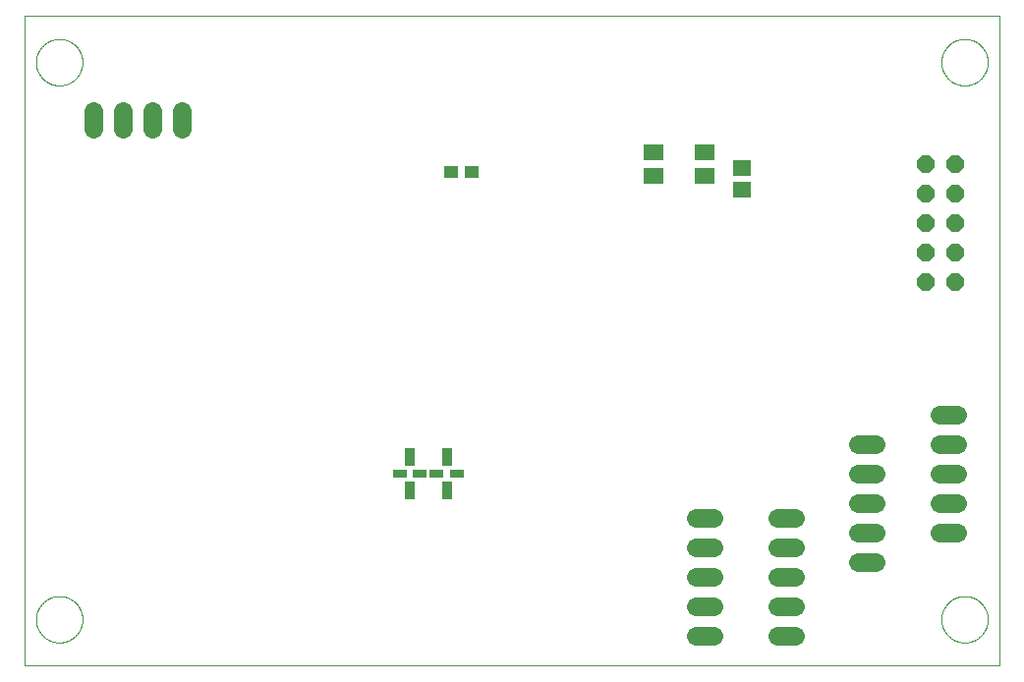
<source format=gbs>
G75*
%MOIN*%
%OFA0B0*%
%FSLAX25Y25*%
%IPPOS*%
%LPD*%
%AMOC8*
5,1,8,0,0,1.08239X$1,22.5*
%
%ADD10C,0.00004*%
%ADD11R,0.06699X0.05518*%
%ADD12R,0.04731X0.04337*%
%ADD13R,0.03550X0.05912*%
%ADD14R,0.04731X0.02762*%
%ADD15R,0.06306X0.05518*%
%ADD16C,0.06400*%
%ADD17OC8,0.06000*%
D10*
X0008565Y0001698D02*
X0008565Y0222171D01*
X0339274Y0222171D01*
X0339274Y0001698D01*
X0008565Y0001698D01*
X0012502Y0017446D02*
X0012504Y0017639D01*
X0012511Y0017832D01*
X0012523Y0018025D01*
X0012540Y0018218D01*
X0012561Y0018410D01*
X0012587Y0018601D01*
X0012618Y0018792D01*
X0012653Y0018982D01*
X0012693Y0019171D01*
X0012738Y0019359D01*
X0012787Y0019546D01*
X0012841Y0019732D01*
X0012899Y0019916D01*
X0012962Y0020099D01*
X0013030Y0020280D01*
X0013101Y0020459D01*
X0013178Y0020637D01*
X0013258Y0020813D01*
X0013343Y0020986D01*
X0013432Y0021158D01*
X0013525Y0021327D01*
X0013622Y0021494D01*
X0013724Y0021659D01*
X0013829Y0021821D01*
X0013938Y0021980D01*
X0014052Y0022137D01*
X0014169Y0022290D01*
X0014289Y0022441D01*
X0014414Y0022589D01*
X0014542Y0022734D01*
X0014673Y0022875D01*
X0014808Y0023014D01*
X0014947Y0023149D01*
X0015088Y0023280D01*
X0015233Y0023408D01*
X0015381Y0023533D01*
X0015532Y0023653D01*
X0015685Y0023770D01*
X0015842Y0023884D01*
X0016001Y0023993D01*
X0016163Y0024098D01*
X0016328Y0024200D01*
X0016495Y0024297D01*
X0016664Y0024390D01*
X0016836Y0024479D01*
X0017009Y0024564D01*
X0017185Y0024644D01*
X0017363Y0024721D01*
X0017542Y0024792D01*
X0017723Y0024860D01*
X0017906Y0024923D01*
X0018090Y0024981D01*
X0018276Y0025035D01*
X0018463Y0025084D01*
X0018651Y0025129D01*
X0018840Y0025169D01*
X0019030Y0025204D01*
X0019221Y0025235D01*
X0019412Y0025261D01*
X0019604Y0025282D01*
X0019797Y0025299D01*
X0019990Y0025311D01*
X0020183Y0025318D01*
X0020376Y0025320D01*
X0020569Y0025318D01*
X0020762Y0025311D01*
X0020955Y0025299D01*
X0021148Y0025282D01*
X0021340Y0025261D01*
X0021531Y0025235D01*
X0021722Y0025204D01*
X0021912Y0025169D01*
X0022101Y0025129D01*
X0022289Y0025084D01*
X0022476Y0025035D01*
X0022662Y0024981D01*
X0022846Y0024923D01*
X0023029Y0024860D01*
X0023210Y0024792D01*
X0023389Y0024721D01*
X0023567Y0024644D01*
X0023743Y0024564D01*
X0023916Y0024479D01*
X0024088Y0024390D01*
X0024257Y0024297D01*
X0024424Y0024200D01*
X0024589Y0024098D01*
X0024751Y0023993D01*
X0024910Y0023884D01*
X0025067Y0023770D01*
X0025220Y0023653D01*
X0025371Y0023533D01*
X0025519Y0023408D01*
X0025664Y0023280D01*
X0025805Y0023149D01*
X0025944Y0023014D01*
X0026079Y0022875D01*
X0026210Y0022734D01*
X0026338Y0022589D01*
X0026463Y0022441D01*
X0026583Y0022290D01*
X0026700Y0022137D01*
X0026814Y0021980D01*
X0026923Y0021821D01*
X0027028Y0021659D01*
X0027130Y0021494D01*
X0027227Y0021327D01*
X0027320Y0021158D01*
X0027409Y0020986D01*
X0027494Y0020813D01*
X0027574Y0020637D01*
X0027651Y0020459D01*
X0027722Y0020280D01*
X0027790Y0020099D01*
X0027853Y0019916D01*
X0027911Y0019732D01*
X0027965Y0019546D01*
X0028014Y0019359D01*
X0028059Y0019171D01*
X0028099Y0018982D01*
X0028134Y0018792D01*
X0028165Y0018601D01*
X0028191Y0018410D01*
X0028212Y0018218D01*
X0028229Y0018025D01*
X0028241Y0017832D01*
X0028248Y0017639D01*
X0028250Y0017446D01*
X0028248Y0017253D01*
X0028241Y0017060D01*
X0028229Y0016867D01*
X0028212Y0016674D01*
X0028191Y0016482D01*
X0028165Y0016291D01*
X0028134Y0016100D01*
X0028099Y0015910D01*
X0028059Y0015721D01*
X0028014Y0015533D01*
X0027965Y0015346D01*
X0027911Y0015160D01*
X0027853Y0014976D01*
X0027790Y0014793D01*
X0027722Y0014612D01*
X0027651Y0014433D01*
X0027574Y0014255D01*
X0027494Y0014079D01*
X0027409Y0013906D01*
X0027320Y0013734D01*
X0027227Y0013565D01*
X0027130Y0013398D01*
X0027028Y0013233D01*
X0026923Y0013071D01*
X0026814Y0012912D01*
X0026700Y0012755D01*
X0026583Y0012602D01*
X0026463Y0012451D01*
X0026338Y0012303D01*
X0026210Y0012158D01*
X0026079Y0012017D01*
X0025944Y0011878D01*
X0025805Y0011743D01*
X0025664Y0011612D01*
X0025519Y0011484D01*
X0025371Y0011359D01*
X0025220Y0011239D01*
X0025067Y0011122D01*
X0024910Y0011008D01*
X0024751Y0010899D01*
X0024589Y0010794D01*
X0024424Y0010692D01*
X0024257Y0010595D01*
X0024088Y0010502D01*
X0023916Y0010413D01*
X0023743Y0010328D01*
X0023567Y0010248D01*
X0023389Y0010171D01*
X0023210Y0010100D01*
X0023029Y0010032D01*
X0022846Y0009969D01*
X0022662Y0009911D01*
X0022476Y0009857D01*
X0022289Y0009808D01*
X0022101Y0009763D01*
X0021912Y0009723D01*
X0021722Y0009688D01*
X0021531Y0009657D01*
X0021340Y0009631D01*
X0021148Y0009610D01*
X0020955Y0009593D01*
X0020762Y0009581D01*
X0020569Y0009574D01*
X0020376Y0009572D01*
X0020183Y0009574D01*
X0019990Y0009581D01*
X0019797Y0009593D01*
X0019604Y0009610D01*
X0019412Y0009631D01*
X0019221Y0009657D01*
X0019030Y0009688D01*
X0018840Y0009723D01*
X0018651Y0009763D01*
X0018463Y0009808D01*
X0018276Y0009857D01*
X0018090Y0009911D01*
X0017906Y0009969D01*
X0017723Y0010032D01*
X0017542Y0010100D01*
X0017363Y0010171D01*
X0017185Y0010248D01*
X0017009Y0010328D01*
X0016836Y0010413D01*
X0016664Y0010502D01*
X0016495Y0010595D01*
X0016328Y0010692D01*
X0016163Y0010794D01*
X0016001Y0010899D01*
X0015842Y0011008D01*
X0015685Y0011122D01*
X0015532Y0011239D01*
X0015381Y0011359D01*
X0015233Y0011484D01*
X0015088Y0011612D01*
X0014947Y0011743D01*
X0014808Y0011878D01*
X0014673Y0012017D01*
X0014542Y0012158D01*
X0014414Y0012303D01*
X0014289Y0012451D01*
X0014169Y0012602D01*
X0014052Y0012755D01*
X0013938Y0012912D01*
X0013829Y0013071D01*
X0013724Y0013233D01*
X0013622Y0013398D01*
X0013525Y0013565D01*
X0013432Y0013734D01*
X0013343Y0013906D01*
X0013258Y0014079D01*
X0013178Y0014255D01*
X0013101Y0014433D01*
X0013030Y0014612D01*
X0012962Y0014793D01*
X0012899Y0014976D01*
X0012841Y0015160D01*
X0012787Y0015346D01*
X0012738Y0015533D01*
X0012693Y0015721D01*
X0012653Y0015910D01*
X0012618Y0016100D01*
X0012587Y0016291D01*
X0012561Y0016482D01*
X0012540Y0016674D01*
X0012523Y0016867D01*
X0012511Y0017060D01*
X0012504Y0017253D01*
X0012502Y0017446D01*
X0012502Y0206423D02*
X0012504Y0206616D01*
X0012511Y0206809D01*
X0012523Y0207002D01*
X0012540Y0207195D01*
X0012561Y0207387D01*
X0012587Y0207578D01*
X0012618Y0207769D01*
X0012653Y0207959D01*
X0012693Y0208148D01*
X0012738Y0208336D01*
X0012787Y0208523D01*
X0012841Y0208709D01*
X0012899Y0208893D01*
X0012962Y0209076D01*
X0013030Y0209257D01*
X0013101Y0209436D01*
X0013178Y0209614D01*
X0013258Y0209790D01*
X0013343Y0209963D01*
X0013432Y0210135D01*
X0013525Y0210304D01*
X0013622Y0210471D01*
X0013724Y0210636D01*
X0013829Y0210798D01*
X0013938Y0210957D01*
X0014052Y0211114D01*
X0014169Y0211267D01*
X0014289Y0211418D01*
X0014414Y0211566D01*
X0014542Y0211711D01*
X0014673Y0211852D01*
X0014808Y0211991D01*
X0014947Y0212126D01*
X0015088Y0212257D01*
X0015233Y0212385D01*
X0015381Y0212510D01*
X0015532Y0212630D01*
X0015685Y0212747D01*
X0015842Y0212861D01*
X0016001Y0212970D01*
X0016163Y0213075D01*
X0016328Y0213177D01*
X0016495Y0213274D01*
X0016664Y0213367D01*
X0016836Y0213456D01*
X0017009Y0213541D01*
X0017185Y0213621D01*
X0017363Y0213698D01*
X0017542Y0213769D01*
X0017723Y0213837D01*
X0017906Y0213900D01*
X0018090Y0213958D01*
X0018276Y0214012D01*
X0018463Y0214061D01*
X0018651Y0214106D01*
X0018840Y0214146D01*
X0019030Y0214181D01*
X0019221Y0214212D01*
X0019412Y0214238D01*
X0019604Y0214259D01*
X0019797Y0214276D01*
X0019990Y0214288D01*
X0020183Y0214295D01*
X0020376Y0214297D01*
X0020569Y0214295D01*
X0020762Y0214288D01*
X0020955Y0214276D01*
X0021148Y0214259D01*
X0021340Y0214238D01*
X0021531Y0214212D01*
X0021722Y0214181D01*
X0021912Y0214146D01*
X0022101Y0214106D01*
X0022289Y0214061D01*
X0022476Y0214012D01*
X0022662Y0213958D01*
X0022846Y0213900D01*
X0023029Y0213837D01*
X0023210Y0213769D01*
X0023389Y0213698D01*
X0023567Y0213621D01*
X0023743Y0213541D01*
X0023916Y0213456D01*
X0024088Y0213367D01*
X0024257Y0213274D01*
X0024424Y0213177D01*
X0024589Y0213075D01*
X0024751Y0212970D01*
X0024910Y0212861D01*
X0025067Y0212747D01*
X0025220Y0212630D01*
X0025371Y0212510D01*
X0025519Y0212385D01*
X0025664Y0212257D01*
X0025805Y0212126D01*
X0025944Y0211991D01*
X0026079Y0211852D01*
X0026210Y0211711D01*
X0026338Y0211566D01*
X0026463Y0211418D01*
X0026583Y0211267D01*
X0026700Y0211114D01*
X0026814Y0210957D01*
X0026923Y0210798D01*
X0027028Y0210636D01*
X0027130Y0210471D01*
X0027227Y0210304D01*
X0027320Y0210135D01*
X0027409Y0209963D01*
X0027494Y0209790D01*
X0027574Y0209614D01*
X0027651Y0209436D01*
X0027722Y0209257D01*
X0027790Y0209076D01*
X0027853Y0208893D01*
X0027911Y0208709D01*
X0027965Y0208523D01*
X0028014Y0208336D01*
X0028059Y0208148D01*
X0028099Y0207959D01*
X0028134Y0207769D01*
X0028165Y0207578D01*
X0028191Y0207387D01*
X0028212Y0207195D01*
X0028229Y0207002D01*
X0028241Y0206809D01*
X0028248Y0206616D01*
X0028250Y0206423D01*
X0028248Y0206230D01*
X0028241Y0206037D01*
X0028229Y0205844D01*
X0028212Y0205651D01*
X0028191Y0205459D01*
X0028165Y0205268D01*
X0028134Y0205077D01*
X0028099Y0204887D01*
X0028059Y0204698D01*
X0028014Y0204510D01*
X0027965Y0204323D01*
X0027911Y0204137D01*
X0027853Y0203953D01*
X0027790Y0203770D01*
X0027722Y0203589D01*
X0027651Y0203410D01*
X0027574Y0203232D01*
X0027494Y0203056D01*
X0027409Y0202883D01*
X0027320Y0202711D01*
X0027227Y0202542D01*
X0027130Y0202375D01*
X0027028Y0202210D01*
X0026923Y0202048D01*
X0026814Y0201889D01*
X0026700Y0201732D01*
X0026583Y0201579D01*
X0026463Y0201428D01*
X0026338Y0201280D01*
X0026210Y0201135D01*
X0026079Y0200994D01*
X0025944Y0200855D01*
X0025805Y0200720D01*
X0025664Y0200589D01*
X0025519Y0200461D01*
X0025371Y0200336D01*
X0025220Y0200216D01*
X0025067Y0200099D01*
X0024910Y0199985D01*
X0024751Y0199876D01*
X0024589Y0199771D01*
X0024424Y0199669D01*
X0024257Y0199572D01*
X0024088Y0199479D01*
X0023916Y0199390D01*
X0023743Y0199305D01*
X0023567Y0199225D01*
X0023389Y0199148D01*
X0023210Y0199077D01*
X0023029Y0199009D01*
X0022846Y0198946D01*
X0022662Y0198888D01*
X0022476Y0198834D01*
X0022289Y0198785D01*
X0022101Y0198740D01*
X0021912Y0198700D01*
X0021722Y0198665D01*
X0021531Y0198634D01*
X0021340Y0198608D01*
X0021148Y0198587D01*
X0020955Y0198570D01*
X0020762Y0198558D01*
X0020569Y0198551D01*
X0020376Y0198549D01*
X0020183Y0198551D01*
X0019990Y0198558D01*
X0019797Y0198570D01*
X0019604Y0198587D01*
X0019412Y0198608D01*
X0019221Y0198634D01*
X0019030Y0198665D01*
X0018840Y0198700D01*
X0018651Y0198740D01*
X0018463Y0198785D01*
X0018276Y0198834D01*
X0018090Y0198888D01*
X0017906Y0198946D01*
X0017723Y0199009D01*
X0017542Y0199077D01*
X0017363Y0199148D01*
X0017185Y0199225D01*
X0017009Y0199305D01*
X0016836Y0199390D01*
X0016664Y0199479D01*
X0016495Y0199572D01*
X0016328Y0199669D01*
X0016163Y0199771D01*
X0016001Y0199876D01*
X0015842Y0199985D01*
X0015685Y0200099D01*
X0015532Y0200216D01*
X0015381Y0200336D01*
X0015233Y0200461D01*
X0015088Y0200589D01*
X0014947Y0200720D01*
X0014808Y0200855D01*
X0014673Y0200994D01*
X0014542Y0201135D01*
X0014414Y0201280D01*
X0014289Y0201428D01*
X0014169Y0201579D01*
X0014052Y0201732D01*
X0013938Y0201889D01*
X0013829Y0202048D01*
X0013724Y0202210D01*
X0013622Y0202375D01*
X0013525Y0202542D01*
X0013432Y0202711D01*
X0013343Y0202883D01*
X0013258Y0203056D01*
X0013178Y0203232D01*
X0013101Y0203410D01*
X0013030Y0203589D01*
X0012962Y0203770D01*
X0012899Y0203953D01*
X0012841Y0204137D01*
X0012787Y0204323D01*
X0012738Y0204510D01*
X0012693Y0204698D01*
X0012653Y0204887D01*
X0012618Y0205077D01*
X0012587Y0205268D01*
X0012561Y0205459D01*
X0012540Y0205651D01*
X0012523Y0205844D01*
X0012511Y0206037D01*
X0012504Y0206230D01*
X0012502Y0206423D01*
X0319589Y0206423D02*
X0319591Y0206616D01*
X0319598Y0206809D01*
X0319610Y0207002D01*
X0319627Y0207195D01*
X0319648Y0207387D01*
X0319674Y0207578D01*
X0319705Y0207769D01*
X0319740Y0207959D01*
X0319780Y0208148D01*
X0319825Y0208336D01*
X0319874Y0208523D01*
X0319928Y0208709D01*
X0319986Y0208893D01*
X0320049Y0209076D01*
X0320117Y0209257D01*
X0320188Y0209436D01*
X0320265Y0209614D01*
X0320345Y0209790D01*
X0320430Y0209963D01*
X0320519Y0210135D01*
X0320612Y0210304D01*
X0320709Y0210471D01*
X0320811Y0210636D01*
X0320916Y0210798D01*
X0321025Y0210957D01*
X0321139Y0211114D01*
X0321256Y0211267D01*
X0321376Y0211418D01*
X0321501Y0211566D01*
X0321629Y0211711D01*
X0321760Y0211852D01*
X0321895Y0211991D01*
X0322034Y0212126D01*
X0322175Y0212257D01*
X0322320Y0212385D01*
X0322468Y0212510D01*
X0322619Y0212630D01*
X0322772Y0212747D01*
X0322929Y0212861D01*
X0323088Y0212970D01*
X0323250Y0213075D01*
X0323415Y0213177D01*
X0323582Y0213274D01*
X0323751Y0213367D01*
X0323923Y0213456D01*
X0324096Y0213541D01*
X0324272Y0213621D01*
X0324450Y0213698D01*
X0324629Y0213769D01*
X0324810Y0213837D01*
X0324993Y0213900D01*
X0325177Y0213958D01*
X0325363Y0214012D01*
X0325550Y0214061D01*
X0325738Y0214106D01*
X0325927Y0214146D01*
X0326117Y0214181D01*
X0326308Y0214212D01*
X0326499Y0214238D01*
X0326691Y0214259D01*
X0326884Y0214276D01*
X0327077Y0214288D01*
X0327270Y0214295D01*
X0327463Y0214297D01*
X0327656Y0214295D01*
X0327849Y0214288D01*
X0328042Y0214276D01*
X0328235Y0214259D01*
X0328427Y0214238D01*
X0328618Y0214212D01*
X0328809Y0214181D01*
X0328999Y0214146D01*
X0329188Y0214106D01*
X0329376Y0214061D01*
X0329563Y0214012D01*
X0329749Y0213958D01*
X0329933Y0213900D01*
X0330116Y0213837D01*
X0330297Y0213769D01*
X0330476Y0213698D01*
X0330654Y0213621D01*
X0330830Y0213541D01*
X0331003Y0213456D01*
X0331175Y0213367D01*
X0331344Y0213274D01*
X0331511Y0213177D01*
X0331676Y0213075D01*
X0331838Y0212970D01*
X0331997Y0212861D01*
X0332154Y0212747D01*
X0332307Y0212630D01*
X0332458Y0212510D01*
X0332606Y0212385D01*
X0332751Y0212257D01*
X0332892Y0212126D01*
X0333031Y0211991D01*
X0333166Y0211852D01*
X0333297Y0211711D01*
X0333425Y0211566D01*
X0333550Y0211418D01*
X0333670Y0211267D01*
X0333787Y0211114D01*
X0333901Y0210957D01*
X0334010Y0210798D01*
X0334115Y0210636D01*
X0334217Y0210471D01*
X0334314Y0210304D01*
X0334407Y0210135D01*
X0334496Y0209963D01*
X0334581Y0209790D01*
X0334661Y0209614D01*
X0334738Y0209436D01*
X0334809Y0209257D01*
X0334877Y0209076D01*
X0334940Y0208893D01*
X0334998Y0208709D01*
X0335052Y0208523D01*
X0335101Y0208336D01*
X0335146Y0208148D01*
X0335186Y0207959D01*
X0335221Y0207769D01*
X0335252Y0207578D01*
X0335278Y0207387D01*
X0335299Y0207195D01*
X0335316Y0207002D01*
X0335328Y0206809D01*
X0335335Y0206616D01*
X0335337Y0206423D01*
X0335335Y0206230D01*
X0335328Y0206037D01*
X0335316Y0205844D01*
X0335299Y0205651D01*
X0335278Y0205459D01*
X0335252Y0205268D01*
X0335221Y0205077D01*
X0335186Y0204887D01*
X0335146Y0204698D01*
X0335101Y0204510D01*
X0335052Y0204323D01*
X0334998Y0204137D01*
X0334940Y0203953D01*
X0334877Y0203770D01*
X0334809Y0203589D01*
X0334738Y0203410D01*
X0334661Y0203232D01*
X0334581Y0203056D01*
X0334496Y0202883D01*
X0334407Y0202711D01*
X0334314Y0202542D01*
X0334217Y0202375D01*
X0334115Y0202210D01*
X0334010Y0202048D01*
X0333901Y0201889D01*
X0333787Y0201732D01*
X0333670Y0201579D01*
X0333550Y0201428D01*
X0333425Y0201280D01*
X0333297Y0201135D01*
X0333166Y0200994D01*
X0333031Y0200855D01*
X0332892Y0200720D01*
X0332751Y0200589D01*
X0332606Y0200461D01*
X0332458Y0200336D01*
X0332307Y0200216D01*
X0332154Y0200099D01*
X0331997Y0199985D01*
X0331838Y0199876D01*
X0331676Y0199771D01*
X0331511Y0199669D01*
X0331344Y0199572D01*
X0331175Y0199479D01*
X0331003Y0199390D01*
X0330830Y0199305D01*
X0330654Y0199225D01*
X0330476Y0199148D01*
X0330297Y0199077D01*
X0330116Y0199009D01*
X0329933Y0198946D01*
X0329749Y0198888D01*
X0329563Y0198834D01*
X0329376Y0198785D01*
X0329188Y0198740D01*
X0328999Y0198700D01*
X0328809Y0198665D01*
X0328618Y0198634D01*
X0328427Y0198608D01*
X0328235Y0198587D01*
X0328042Y0198570D01*
X0327849Y0198558D01*
X0327656Y0198551D01*
X0327463Y0198549D01*
X0327270Y0198551D01*
X0327077Y0198558D01*
X0326884Y0198570D01*
X0326691Y0198587D01*
X0326499Y0198608D01*
X0326308Y0198634D01*
X0326117Y0198665D01*
X0325927Y0198700D01*
X0325738Y0198740D01*
X0325550Y0198785D01*
X0325363Y0198834D01*
X0325177Y0198888D01*
X0324993Y0198946D01*
X0324810Y0199009D01*
X0324629Y0199077D01*
X0324450Y0199148D01*
X0324272Y0199225D01*
X0324096Y0199305D01*
X0323923Y0199390D01*
X0323751Y0199479D01*
X0323582Y0199572D01*
X0323415Y0199669D01*
X0323250Y0199771D01*
X0323088Y0199876D01*
X0322929Y0199985D01*
X0322772Y0200099D01*
X0322619Y0200216D01*
X0322468Y0200336D01*
X0322320Y0200461D01*
X0322175Y0200589D01*
X0322034Y0200720D01*
X0321895Y0200855D01*
X0321760Y0200994D01*
X0321629Y0201135D01*
X0321501Y0201280D01*
X0321376Y0201428D01*
X0321256Y0201579D01*
X0321139Y0201732D01*
X0321025Y0201889D01*
X0320916Y0202048D01*
X0320811Y0202210D01*
X0320709Y0202375D01*
X0320612Y0202542D01*
X0320519Y0202711D01*
X0320430Y0202883D01*
X0320345Y0203056D01*
X0320265Y0203232D01*
X0320188Y0203410D01*
X0320117Y0203589D01*
X0320049Y0203770D01*
X0319986Y0203953D01*
X0319928Y0204137D01*
X0319874Y0204323D01*
X0319825Y0204510D01*
X0319780Y0204698D01*
X0319740Y0204887D01*
X0319705Y0205077D01*
X0319674Y0205268D01*
X0319648Y0205459D01*
X0319627Y0205651D01*
X0319610Y0205844D01*
X0319598Y0206037D01*
X0319591Y0206230D01*
X0319589Y0206423D01*
X0319589Y0017446D02*
X0319591Y0017639D01*
X0319598Y0017832D01*
X0319610Y0018025D01*
X0319627Y0018218D01*
X0319648Y0018410D01*
X0319674Y0018601D01*
X0319705Y0018792D01*
X0319740Y0018982D01*
X0319780Y0019171D01*
X0319825Y0019359D01*
X0319874Y0019546D01*
X0319928Y0019732D01*
X0319986Y0019916D01*
X0320049Y0020099D01*
X0320117Y0020280D01*
X0320188Y0020459D01*
X0320265Y0020637D01*
X0320345Y0020813D01*
X0320430Y0020986D01*
X0320519Y0021158D01*
X0320612Y0021327D01*
X0320709Y0021494D01*
X0320811Y0021659D01*
X0320916Y0021821D01*
X0321025Y0021980D01*
X0321139Y0022137D01*
X0321256Y0022290D01*
X0321376Y0022441D01*
X0321501Y0022589D01*
X0321629Y0022734D01*
X0321760Y0022875D01*
X0321895Y0023014D01*
X0322034Y0023149D01*
X0322175Y0023280D01*
X0322320Y0023408D01*
X0322468Y0023533D01*
X0322619Y0023653D01*
X0322772Y0023770D01*
X0322929Y0023884D01*
X0323088Y0023993D01*
X0323250Y0024098D01*
X0323415Y0024200D01*
X0323582Y0024297D01*
X0323751Y0024390D01*
X0323923Y0024479D01*
X0324096Y0024564D01*
X0324272Y0024644D01*
X0324450Y0024721D01*
X0324629Y0024792D01*
X0324810Y0024860D01*
X0324993Y0024923D01*
X0325177Y0024981D01*
X0325363Y0025035D01*
X0325550Y0025084D01*
X0325738Y0025129D01*
X0325927Y0025169D01*
X0326117Y0025204D01*
X0326308Y0025235D01*
X0326499Y0025261D01*
X0326691Y0025282D01*
X0326884Y0025299D01*
X0327077Y0025311D01*
X0327270Y0025318D01*
X0327463Y0025320D01*
X0327656Y0025318D01*
X0327849Y0025311D01*
X0328042Y0025299D01*
X0328235Y0025282D01*
X0328427Y0025261D01*
X0328618Y0025235D01*
X0328809Y0025204D01*
X0328999Y0025169D01*
X0329188Y0025129D01*
X0329376Y0025084D01*
X0329563Y0025035D01*
X0329749Y0024981D01*
X0329933Y0024923D01*
X0330116Y0024860D01*
X0330297Y0024792D01*
X0330476Y0024721D01*
X0330654Y0024644D01*
X0330830Y0024564D01*
X0331003Y0024479D01*
X0331175Y0024390D01*
X0331344Y0024297D01*
X0331511Y0024200D01*
X0331676Y0024098D01*
X0331838Y0023993D01*
X0331997Y0023884D01*
X0332154Y0023770D01*
X0332307Y0023653D01*
X0332458Y0023533D01*
X0332606Y0023408D01*
X0332751Y0023280D01*
X0332892Y0023149D01*
X0333031Y0023014D01*
X0333166Y0022875D01*
X0333297Y0022734D01*
X0333425Y0022589D01*
X0333550Y0022441D01*
X0333670Y0022290D01*
X0333787Y0022137D01*
X0333901Y0021980D01*
X0334010Y0021821D01*
X0334115Y0021659D01*
X0334217Y0021494D01*
X0334314Y0021327D01*
X0334407Y0021158D01*
X0334496Y0020986D01*
X0334581Y0020813D01*
X0334661Y0020637D01*
X0334738Y0020459D01*
X0334809Y0020280D01*
X0334877Y0020099D01*
X0334940Y0019916D01*
X0334998Y0019732D01*
X0335052Y0019546D01*
X0335101Y0019359D01*
X0335146Y0019171D01*
X0335186Y0018982D01*
X0335221Y0018792D01*
X0335252Y0018601D01*
X0335278Y0018410D01*
X0335299Y0018218D01*
X0335316Y0018025D01*
X0335328Y0017832D01*
X0335335Y0017639D01*
X0335337Y0017446D01*
X0335335Y0017253D01*
X0335328Y0017060D01*
X0335316Y0016867D01*
X0335299Y0016674D01*
X0335278Y0016482D01*
X0335252Y0016291D01*
X0335221Y0016100D01*
X0335186Y0015910D01*
X0335146Y0015721D01*
X0335101Y0015533D01*
X0335052Y0015346D01*
X0334998Y0015160D01*
X0334940Y0014976D01*
X0334877Y0014793D01*
X0334809Y0014612D01*
X0334738Y0014433D01*
X0334661Y0014255D01*
X0334581Y0014079D01*
X0334496Y0013906D01*
X0334407Y0013734D01*
X0334314Y0013565D01*
X0334217Y0013398D01*
X0334115Y0013233D01*
X0334010Y0013071D01*
X0333901Y0012912D01*
X0333787Y0012755D01*
X0333670Y0012602D01*
X0333550Y0012451D01*
X0333425Y0012303D01*
X0333297Y0012158D01*
X0333166Y0012017D01*
X0333031Y0011878D01*
X0332892Y0011743D01*
X0332751Y0011612D01*
X0332606Y0011484D01*
X0332458Y0011359D01*
X0332307Y0011239D01*
X0332154Y0011122D01*
X0331997Y0011008D01*
X0331838Y0010899D01*
X0331676Y0010794D01*
X0331511Y0010692D01*
X0331344Y0010595D01*
X0331175Y0010502D01*
X0331003Y0010413D01*
X0330830Y0010328D01*
X0330654Y0010248D01*
X0330476Y0010171D01*
X0330297Y0010100D01*
X0330116Y0010032D01*
X0329933Y0009969D01*
X0329749Y0009911D01*
X0329563Y0009857D01*
X0329376Y0009808D01*
X0329188Y0009763D01*
X0328999Y0009723D01*
X0328809Y0009688D01*
X0328618Y0009657D01*
X0328427Y0009631D01*
X0328235Y0009610D01*
X0328042Y0009593D01*
X0327849Y0009581D01*
X0327656Y0009574D01*
X0327463Y0009572D01*
X0327270Y0009574D01*
X0327077Y0009581D01*
X0326884Y0009593D01*
X0326691Y0009610D01*
X0326499Y0009631D01*
X0326308Y0009657D01*
X0326117Y0009688D01*
X0325927Y0009723D01*
X0325738Y0009763D01*
X0325550Y0009808D01*
X0325363Y0009857D01*
X0325177Y0009911D01*
X0324993Y0009969D01*
X0324810Y0010032D01*
X0324629Y0010100D01*
X0324450Y0010171D01*
X0324272Y0010248D01*
X0324096Y0010328D01*
X0323923Y0010413D01*
X0323751Y0010502D01*
X0323582Y0010595D01*
X0323415Y0010692D01*
X0323250Y0010794D01*
X0323088Y0010899D01*
X0322929Y0011008D01*
X0322772Y0011122D01*
X0322619Y0011239D01*
X0322468Y0011359D01*
X0322320Y0011484D01*
X0322175Y0011612D01*
X0322034Y0011743D01*
X0321895Y0011878D01*
X0321760Y0012017D01*
X0321629Y0012158D01*
X0321501Y0012303D01*
X0321376Y0012451D01*
X0321256Y0012602D01*
X0321139Y0012755D01*
X0321025Y0012912D01*
X0320916Y0013071D01*
X0320811Y0013233D01*
X0320709Y0013398D01*
X0320612Y0013565D01*
X0320519Y0013734D01*
X0320430Y0013906D01*
X0320345Y0014079D01*
X0320265Y0014255D01*
X0320188Y0014433D01*
X0320117Y0014612D01*
X0320049Y0014793D01*
X0319986Y0014976D01*
X0319928Y0015160D01*
X0319874Y0015346D01*
X0319825Y0015533D01*
X0319780Y0015721D01*
X0319740Y0015910D01*
X0319705Y0016100D01*
X0319674Y0016291D01*
X0319648Y0016482D01*
X0319627Y0016674D01*
X0319610Y0016867D01*
X0319598Y0017060D01*
X0319591Y0017253D01*
X0319589Y0017446D01*
D11*
X0239300Y0167863D03*
X0239300Y0175737D03*
X0221800Y0175737D03*
X0221800Y0167863D03*
D12*
X0160146Y0169300D03*
X0153454Y0169300D03*
D13*
X0151800Y0072410D03*
X0139300Y0072410D03*
X0139300Y0061190D03*
X0151800Y0061190D03*
D14*
X0148454Y0066800D03*
X0142646Y0066800D03*
X0135954Y0066800D03*
X0155146Y0066800D03*
D15*
X0251800Y0163060D03*
X0251800Y0170540D03*
D16*
X0318800Y0086800D02*
X0324800Y0086800D01*
X0324800Y0076800D02*
X0318800Y0076800D01*
X0318800Y0066800D02*
X0324800Y0066800D01*
X0324800Y0056800D02*
X0318800Y0056800D01*
X0318800Y0046800D02*
X0324800Y0046800D01*
X0297300Y0046800D02*
X0291300Y0046800D01*
X0291300Y0036800D02*
X0297300Y0036800D01*
X0269800Y0031800D02*
X0263800Y0031800D01*
X0263800Y0041800D02*
X0269800Y0041800D01*
X0269800Y0051800D02*
X0263800Y0051800D01*
X0242300Y0051800D02*
X0236300Y0051800D01*
X0236300Y0041800D02*
X0242300Y0041800D01*
X0242300Y0031800D02*
X0236300Y0031800D01*
X0236300Y0021800D02*
X0242300Y0021800D01*
X0242300Y0011800D02*
X0236300Y0011800D01*
X0263800Y0011800D02*
X0269800Y0011800D01*
X0269800Y0021800D02*
X0263800Y0021800D01*
X0291300Y0056800D02*
X0297300Y0056800D01*
X0297300Y0066800D02*
X0291300Y0066800D01*
X0291300Y0076800D02*
X0297300Y0076800D01*
X0061800Y0183800D02*
X0061800Y0189800D01*
X0051800Y0189800D02*
X0051800Y0183800D01*
X0041800Y0183800D02*
X0041800Y0189800D01*
X0031800Y0189800D02*
X0031800Y0183800D01*
D17*
X0314300Y0171800D03*
X0324300Y0171800D03*
X0324300Y0161800D03*
X0314300Y0161800D03*
X0314300Y0151800D03*
X0324300Y0151800D03*
X0324300Y0141800D03*
X0314300Y0141800D03*
X0314300Y0131800D03*
X0324300Y0131800D03*
M02*

</source>
